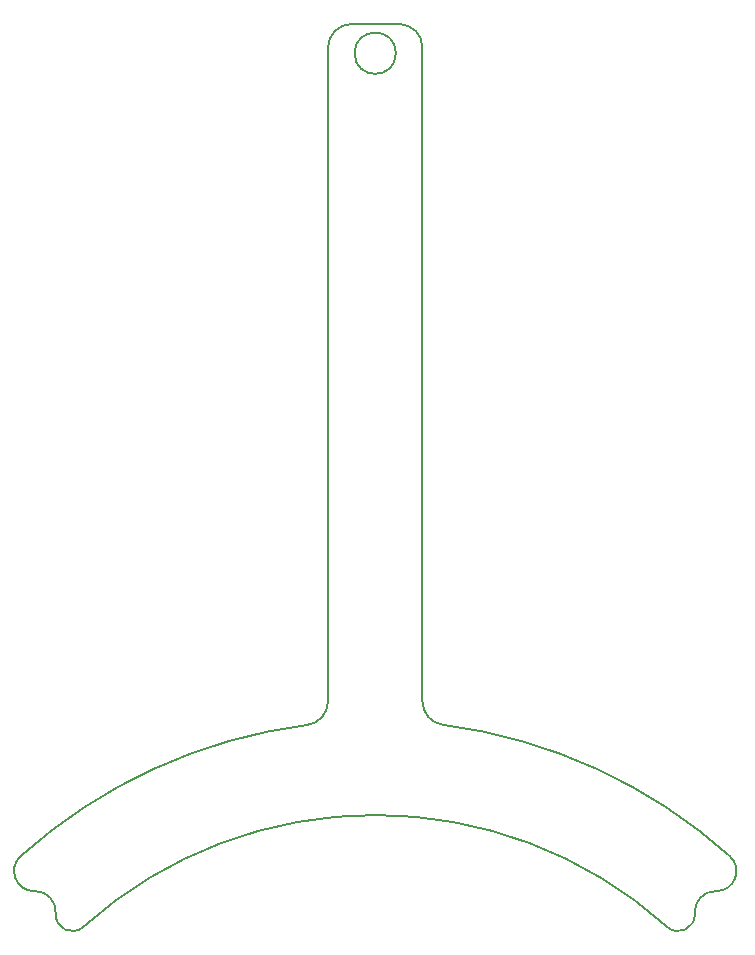
<source format=gbr>
%TF.GenerationSoftware,KiCad,Pcbnew,(6.0.5)*%
%TF.CreationDate,2022-10-18T17:48:47+09:00*%
%TF.ProjectId,line_sensor_right,6c696e65-5f73-4656-9e73-6f725f726967,rev?*%
%TF.SameCoordinates,Original*%
%TF.FileFunction,Profile,NP*%
%FSLAX46Y46*%
G04 Gerber Fmt 4.6, Leading zero omitted, Abs format (unit mm)*
G04 Created by KiCad (PCBNEW (6.0.5)) date 2022-10-18 17:48:47*
%MOMM*%
%LPD*%
G01*
G04 APERTURE LIST*
%TA.AperFunction,Profile*%
%ADD10C,0.200000*%
%TD*%
G04 APERTURE END LIST*
D10*
X154749613Y-49319608D02*
X154749613Y-104684551D01*
X131696498Y-122621530D02*
G75*
G03*
X129910472Y-120736863I-1744798J135130D01*
G01*
X153004938Y-106668235D02*
G75*
G03*
X154749613Y-104684551I-255438J1983735D01*
G01*
X156710397Y-47319997D02*
G75*
G03*
X154749613Y-49319608I39203J-1999603D01*
G01*
X131696488Y-122621529D02*
G75*
G03*
X134027765Y-123771284I1395812J-108171D01*
G01*
X187591385Y-120740755D02*
G75*
G03*
X185803411Y-122623529I-43085J-1749445D01*
G01*
X160499613Y-49799999D02*
G75*
G03*
X160499613Y-49799999I-1750000J0D01*
G01*
X183472034Y-123771804D02*
G75*
G03*
X134027765Y-123771284I-24722424J-27528196D01*
G01*
X160788829Y-47319993D02*
X156710397Y-47319993D01*
X183472055Y-123771781D02*
G75*
G03*
X185803411Y-122623529I935445J1041581D01*
G01*
X153004933Y-106668194D02*
G75*
G03*
X128736545Y-117770673I5744667J-44631806D01*
G01*
X187591388Y-120740666D02*
G75*
G03*
X188767216Y-117774732I41812J1699466D01*
G01*
X162749613Y-104684551D02*
X162749613Y-49319608D01*
X162749650Y-104684551D02*
G75*
G03*
X164494294Y-106668187I1999950J-49D01*
G01*
X162749592Y-49319608D02*
G75*
G03*
X160788829Y-47319993I-1999992J8D01*
G01*
X188767212Y-117774737D02*
G75*
G03*
X164494294Y-106668187I-30017612J-33525263D01*
G01*
X128736516Y-117770641D02*
G75*
G03*
X129910472Y-120736863I1133884J-1266659D01*
G01*
M02*

</source>
